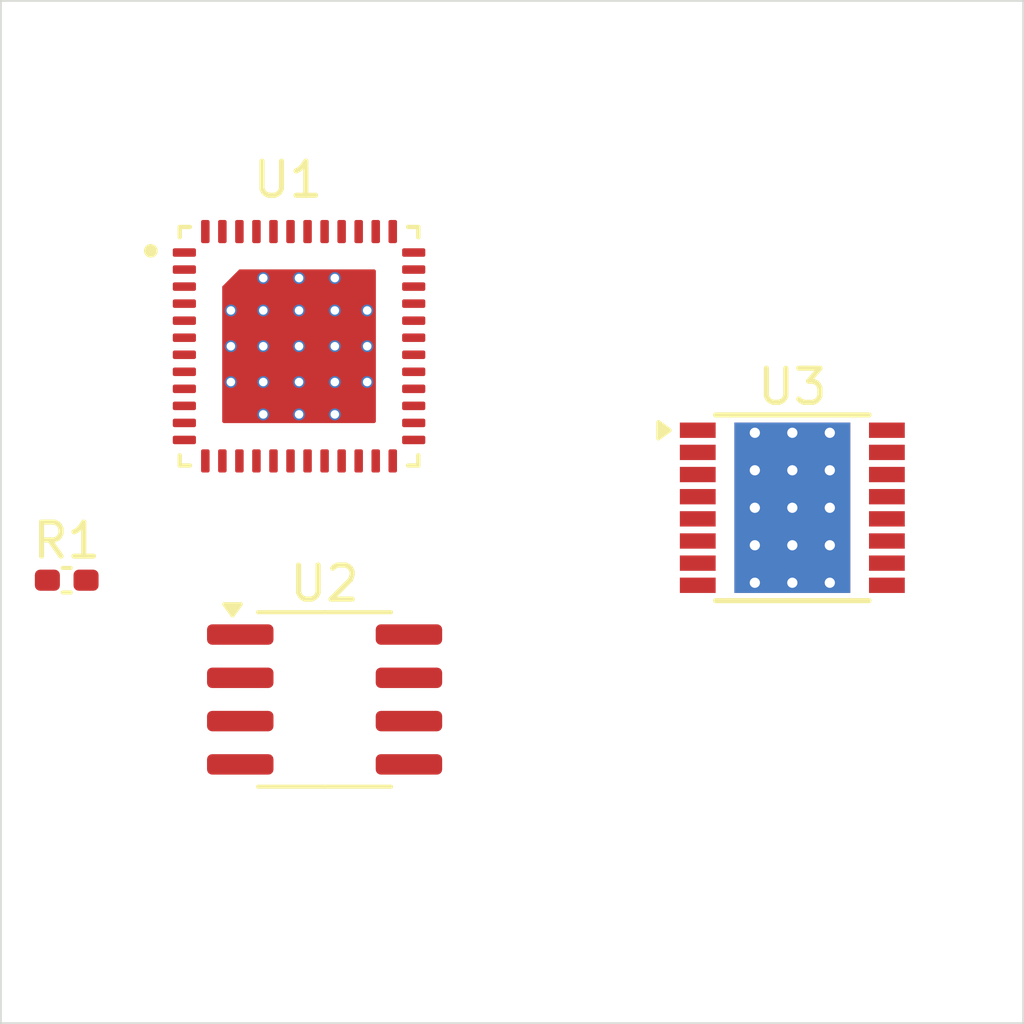
<source format=kicad_pcb>
(kicad_pcb (version 20240108) (generator "pcbnew") (generator_version "8.0")
  (layers (0 "F.Cu" signal) (31 "B.Cu" signal) (34 "B.Paste" user) (35 "F.Paste" user) (36 "B.SilkS" user "B.Silkscreen") (37 "F.SilkS" user "F.Silkscreen") (38 "B.Mask" user) (39 "F.Mask" user) (44 "Edge.Cuts" user))
  (net 0 "")
  (net 24 "Net-(U1-VDDA-Pad1)")
  (net 28 "Net-(U1-VDDA3P3-Pad3)")
  (footprint "Package_SO:SOIC-8_3.9x4.9mm_P1.27mm" (layer "F.Cu") (at 67.5 98.5)
    (property "Reference" "U2" (at 0 -3.4 0) (layer "F.SilkS"))
    (property "Value" "MCP2551-I-SN")
    (fp_line (start 0 -2.56) (end -1.95 -2.56) (stroke (width 0.12)) (layer "F.SilkS"))
    (fp_line (start 0 -2.56) (end 1.95 -2.56) (stroke (width 0.12)) (layer "F.SilkS"))
    (fp_line (start 0 2.56) (end -1.95 2.56) (stroke (width 0.12)) (layer "F.SilkS"))
    (fp_line (start 0 2.56) (end 1.95 2.56) (stroke (width 0.12)) (layer "F.SilkS"))
    (fp_poly (pts (xy -2.7 -2.465) (xy -2.94 -2.795) (xy -2.46 -2.795) (xy -2.7 -2.465)) (stroke (width 0.12)) (fill solid) (layer "F.SilkS"))
    (pad "1" smd roundrect (at -2.475 -1.905) (size 1.95 0.6) (layers "F.Cu" "F.Paste" "F.Mask"))
    (pad "2" smd roundrect (at -2.475 -0.635) (size 1.95 0.6) (layers "F.Cu" "F.Paste" "F.Mask"))
    (pad "3" smd roundrect (at -2.475 0.635) (size 1.95 0.6) (layers "F.Cu" "F.Paste" "F.Mask"))
    (pad "4" smd roundrect (at -2.475 1.905) (size 1.95 0.6) (layers "F.Cu" "F.Paste" "F.Mask"))
    (pad "5" smd roundrect (at 2.475 1.905) (size 1.95 0.6) (layers "F.Cu" "F.Paste" "F.Mask"))
    (pad "6" smd roundrect (at 2.475 0.635) (size 1.95 0.6) (layers "F.Cu" "F.Paste" "F.Mask"))
    (pad "7" smd roundrect (at 2.475 -0.635) (size 1.95 0.6) (layers "F.Cu" "F.Paste" "F.Mask"))
    (pad "8" smd roundrect (at 2.475 -1.905) (size 1.95 0.6) (layers "F.Cu" "F.Paste" "F.Mask"))
  )
  (footprint "ESP32-Pico:ESP32-PICO-V3-02" (layer "F.Cu") (at 66.75 88.135)
    (property "Reference" "U1" (at -0.325 -4.885 0) (layer "F.SilkS"))
    (property "Value" "ESP32-PICO-V3-02")
    (fp_line (start -3.5 -3.5) (end -3.2 -3.5) (stroke (width 0.127)) (layer "F.SilkS"))
    (fp_line (start -3.5 -3.2) (end -3.5 -3.5) (stroke (width 0.127)) (layer "F.SilkS"))
    (fp_line (start -3.5 3.5) (end -3.5 3.2) (stroke (width 0.127)) (layer "F.SilkS"))
    (fp_line (start -3.2 3.5) (end -3.5 3.5) (stroke (width 0.127)) (layer "F.SilkS"))
    (fp_line (start 3.2 -3.5) (end 3.5 -3.5) (stroke (width 0.127)) (layer "F.SilkS"))
    (fp_line (start 3.5 -3.5) (end 3.5 -3.2) (stroke (width 0.127)) (layer "F.SilkS"))
    (fp_line (start 3.5 3.2) (end 3.5 3.5) (stroke (width 0.127)) (layer "F.SilkS"))
    (fp_line (start 3.5 3.5) (end 3.2 3.5) (stroke (width 0.127)) (layer "F.SilkS"))
    (fp_circle (center -4.35 -2.8) (end -4.25 -2.8) (stroke (width 0.2)) (fill none) (layer "F.SilkS"))
    (pad "1" smd roundrect (at -3.365 -2.75) (size 0.68 0.25) (layers "F.Cu") (roundrect_rratio 0.2) (net 24 "Net-(U1-VDDA-Pad1)"))
    (pad "2" smd roundrect (at -3.365 -2.25) (size 0.68 0.25) (layers "F.Cu") (roundrect_rratio 0.2))
    (pad "3" smd roundrect (at -3.365 -1.75) (size 0.68 0.25) (layers "F.Cu") (roundrect_rratio 0.2) (net 28 "Net-(U1-VDDA3P3-Pad3)"))
    (pad "4" smd roundrect (at -3.365 -1.25) (size 0.68 0.25) (layers "F.Cu") (roundrect_rratio 0.2) (net 28 "Net-(U1-VDDA3P3-Pad3)"))
    (pad "5" smd roundrect (at -3.365 -0.75) (size 0.68 0.25) (layers "F.Cu") (roundrect_rratio 0.2))
    (pad "6" smd roundrect (at -3.365 -0.25) (size 0.68 0.25) (layers "F.Cu") (roundrect_rratio 0.2))
    (pad "7" smd roundrect (at -3.365 0.25) (size 0.68 0.25) (layers "F.Cu") (roundrect_rratio 0.2))
    (pad "8" smd roundrect (at -3.365 0.75) (size 0.68 0.25) (layers "F.Cu") (roundrect_rratio 0.2))
    (pad "9" smd roundrect (at -3.365 1.25) (size 0.68 0.25) (layers "F.Cu") (roundrect_rratio 0.2))
    (pad "10" smd roundrect (at -3.365 1.75) (size 0.68 0.25) (layers "F.Cu") (roundrect_rratio 0.2))
    (pad "11" smd roundrect (at -3.365 2.25) (size 0.68 0.25) (layers "F.Cu") (roundrect_rratio 0.2))
    (pad "12" smd roundrect (at -3.365 2.75) (size 0.68 0.25) (layers "F.Cu") (roundrect_rratio 0.2))
    (pad "13" smd roundrect (at -2.75 3.365) (size 0.25 0.68) (layers "F.Cu") (roundrect_rratio 0.2))
    (pad "14" smd roundrect (at -2.25 3.365) (size 0.25 0.68) (layers "F.Cu") (roundrect_rratio 0.2))
    (pad "15" smd roundrect (at -1.75 3.365) (size 0.25 0.68) (layers "F.Cu") (roundrect_rratio 0.2))
    (pad "16" smd roundrect (at -1.25 3.365) (size 0.25 0.68) (layers "F.Cu") (roundrect_rratio 0.2))
    (pad "17" smd roundrect (at -0.75 3.365) (size 0.25 0.68) (layers "F.Cu") (roundrect_rratio 0.2))
    (pad "18" smd roundrect (at -0.25 3.365) (size 0.25 0.68) (layers "F.Cu") (roundrect_rratio 0.2))
    (pad "19" smd roundrect (at 0.25 3.365) (size 0.25 0.68) (layers "F.Cu") (roundrect_rratio 0.2))
    (pad "20" smd roundrect (at 0.75 3.365) (size 0.25 0.68) (layers "F.Cu") (roundrect_rratio 0.2))
    (pad "21" smd roundrect (at 1.25 3.365) (size 0.25 0.68) (layers "F.Cu") (roundrect_rratio 0.2))
    (pad "22" smd roundrect (at 1.75 3.365) (size 0.25 0.68) (layers "F.Cu") (roundrect_rratio 0.2))
    (pad "23" smd roundrect (at 2.25 3.365) (size 0.25 0.68) (layers "F.Cu") (roundrect_rratio 0.2))
    (pad "24" smd roundrect (at 2.75 3.365) (size 0.25 0.68) (layers "F.Cu") (roundrect_rratio 0.2))
    (pad "25" smd roundrect (at 3.365 2.75) (size 0.68 0.25) (layers "F.Cu") (roundrect_rratio 0.2))
    (pad "26" smd roundrect (at 3.365 2.25) (size 0.68 0.25) (layers "F.Cu") (roundrect_rratio 0.2))
    (pad "27" smd roundrect (at 3.365 1.75) (size 0.68 0.25) (layers "F.Cu") (roundrect_rratio 0.2))
    (pad "28" smd roundrect (at 3.365 1.25) (size 0.68 0.25) (layers "F.Cu") (roundrect_rratio 0.2))
    (pad "29" smd roundrect (at 3.365 0.75) (size 0.68 0.25) (layers "F.Cu") (roundrect_rratio 0.2))
    (pad "30" smd roundrect (at 3.365 0.25) (size 0.68 0.25) (layers "F.Cu") (roundrect_rratio 0.2))
    (pad "31" smd roundrect (at 3.365 -0.25) (size 0.68 0.25) (layers "F.Cu") (roundrect_rratio 0.2))
    (pad "32" smd roundrect (at 3.365 -0.75) (size 0.68 0.25) (layers "F.Cu") (roundrect_rratio 0.2))
    (pad "33" smd roundrect (at 3.365 -1.25) (size 0.68 0.25) (layers "F.Cu") (roundrect_rratio 0.2))
    (pad "34" smd roundrect (at 3.365 -1.75) (size 0.68 0.25) (layers "F.Cu") (roundrect_rratio 0.2))
    (pad "35" smd roundrect (at 3.365 -2.25) (size 0.68 0.25) (layers "F.Cu") (roundrect_rratio 0.2))
    (pad "36" smd roundrect (at 3.365 -2.75) (size 0.68 0.25) (layers "F.Cu") (roundrect_rratio 0.2))
    (pad "37" smd roundrect (at 2.75 -3.365) (size 0.25 0.68) (layers "F.Cu") (roundrect_rratio 0.2))
    (pad "38" smd roundrect (at 2.25 -3.365) (size 0.25 0.68) (layers "F.Cu") (roundrect_rratio 0.2))
    (pad "39" smd roundrect (at 1.75 -3.365) (size 0.25 0.68) (layers "F.Cu") (roundrect_rratio 0.2))
    (pad "40" smd roundrect (at 1.25 -3.365) (size 0.25 0.68) (layers "F.Cu") (roundrect_rratio 0.2))
    (pad "41" smd roundrect (at 0.75 -3.365) (size 0.25 0.68) (layers "F.Cu") (roundrect_rratio 0.2))
    (pad "42" smd roundrect (at 0.25 -3.365) (size 0.25 0.68) (layers "F.Cu") (roundrect_rratio 0.2))
    (pad "43" smd roundrect (at -0.25 -3.365) (size 0.25 0.68) (layers "F.Cu") (roundrect_rratio 0.2) (net 24 "Net-(U1-VDDA-Pad1)"))
    (pad "44" smd roundrect (at -0.75 -3.365) (size 0.25 0.68) (layers "F.Cu") (roundrect_rratio 0.2))
    (pad "45" smd roundrect (at -1.25 -3.365) (size 0.25 0.68) (layers "F.Cu") (roundrect_rratio 0.2))
    (pad "46" smd roundrect (at -1.75 -3.365) (size 0.25 0.68) (layers "F.Cu") (roundrect_rratio 0.2) (net 24 "Net-(U1-VDDA-Pad1)"))
    (pad "47" smd roundrect (at -2.25 -3.365) (size 0.25 0.68) (layers "F.Cu") (roundrect_rratio 0.2))
    (pad "48" smd roundrect (at -2.75 -3.365) (size 0.25 0.68) (layers "F.Cu") (roundrect_rratio 0.2))
    (pad "49" smd custom (at 0 0) (size 2 2) (layers "F.Cu") (options (clearance outline) (anchor rect)) (primitives (gr_poly (pts (xy 2.25 2.2) (xy 2.25 -2.2) (xy 2.25 -2.203) (xy 2.25 -2.205) (xy 2.249 -2.208) (xy 2.249 -2.21) (xy 2.248 -2.213) (xy 2.248 -2.215) (xy 2.247 -2.218) (xy 2.246 -2.22) (xy 2.245 -2.223) (xy 2.243 -2.225) (xy 2.242 -2.227) (xy 2.24 -2.229) (xy 2.239 -2.231) (xy 2.237 -2.233) (xy 2.235 -2.235) (xy 2.233 -2.237) (xy 2.231 -2.239) (xy 2.229 -2.24) (xy 2.227 -2.242) (xy 2.225 -2.243) (xy 2.223 -2.245) (xy 2.22 -2.246) (xy 2.218 -2.247) (xy 2.215 -2.248) (xy 2.213 -2.248) (xy 2.21 -2.249) (xy 2.208 -2.249) (xy 2.205 -2.25) (xy 2.203 -2.25) (xy 2.2 -2.25) (xy -1.75 -2.25) (xy -2.25 -1.75) (xy -2.25 2.2) (xy -2.25 2.203) (xy -2.25 2.205) (xy -2.249 2.208) (xy -2.249 2.21) (xy -2.248 2.213) (xy -2.248 2.215) (xy -2.247 2.218) (xy -2.246 2.22) (xy -2.245 2.223) (xy -2.243 2.225) (xy -2.242 2.227) (xy -2.24 2.229) (xy -2.239 2.231) (xy -2.237 2.233) (xy -2.235 2.235) (xy -2.233 2.237) (xy -2.231 2.239) (xy -2.229 2.24) (xy -2.227 2.242) (xy -2.225 2.243) (xy -2.223 2.245) (xy -2.22 2.246) (xy -2.218 2.247) (xy -2.215 2.248) (xy -2.213 2.248) (xy -2.21 2.249) (xy -2.208 2.249) (xy -2.205 2.25) (xy -2.203 2.25) (xy -2.2 2.25) (xy 2.2 2.25) (xy 2.203 2.25) (xy 2.205 2.25) (xy 2.208 2.249) (xy 2.21 2.249) (xy 2.213 2.248) (xy 2.215 2.248) (xy 2.218 2.247) (xy 2.22 2.246) (xy 2.223 2.245) (xy 2.225 2.243) (xy 2.227 2.242) (xy 2.229 2.24) (xy 2.231 2.239) (xy 2.233 2.237) (xy 2.235 2.235) (xy 2.237 2.233) (xy 2.239 2.231) (xy 2.24 2.229) (xy 2.242 2.227) (xy 2.243 2.225) (xy 2.245 2.223) (xy 2.246 2.22) (xy 2.247 2.218) (xy 2.248 2.215) (xy 2.248 2.213) (xy 2.249 2.21) (xy 2.249 2.208) (xy 2.25 2.205) (xy 2.25 2.203) (xy 2.25 2.2)) (width 0.01) (fill yes))))
    (pad "50" thru_hole circle (at -1.05 -2) (size 0.35 0.35) (drill 0.25) (layers "*.Cu"))
    (pad "51" thru_hole circle (at 0 -2) (size 0.35 0.35) (drill 0.25) (layers "*.Cu"))
    (pad "52" thru_hole circle (at 1.05 -2) (size 0.35 0.35) (drill 0.25) (layers "*.Cu"))
    (pad "53" thru_hole circle (at -2 -1.05) (size 0.35 0.35) (drill 0.25) (layers "*.Cu"))
    (pad "54" thru_hole circle (at -1.05 -1.05) (size 0.35 0.35) (drill 0.25) (layers "*.Cu"))
    (pad "55" thru_hole circle (at 0 -1.05) (size 0.35 0.35) (drill 0.25) (layers "*.Cu"))
    (pad "56" thru_hole circle (at 1.05 -1.05) (size 0.35 0.35) (drill 0.25) (layers "*.Cu"))
    (pad "57" thru_hole circle (at 2 -1.05) (size 0.35 0.35) (drill 0.25) (layers "*.Cu"))
    (pad "58" thru_hole circle (at -2 0) (size 0.35 0.35) (drill 0.25) (layers "*.Cu"))
    (pad "59" thru_hole circle (at -1.05 0) (size 0.35 0.35) (drill 0.25) (layers "*.Cu"))
    (pad "60" thru_hole circle (at 0 0) (size 0.35 0.35) (drill 0.25) (layers "*.Cu"))
    (pad "61" thru_hole circle (at 1.05 0) (size 0.35 0.35) (drill 0.25) (layers "*.Cu"))
    (pad "62" thru_hole circle (at 2 0) (size 0.35 0.35) (drill 0.25) (layers "*.Cu"))
    (pad "63" thru_hole circle (at -2 1.05) (size 0.35 0.35) (drill 0.25) (layers "*.Cu"))
    (pad "64" thru_hole circle (at -1.05 1.05) (size 0.35 0.35) (drill 0.25) (layers "*.Cu"))
    (pad "65" thru_hole circle (at 0 1.05) (size 0.35 0.35) (drill 0.25) (layers "*.Cu"))
    (pad "66" thru_hole circle (at 1.05 1.05) (size 0.35 0.35) (drill 0.25) (layers "*.Cu"))
    (pad "67" thru_hole circle (at 2 1.05) (size 0.35 0.35) (drill 0.25) (layers "*.Cu"))
    (pad "68" thru_hole circle (at -1.05 2) (size 0.35 0.35) (drill 0.25) (layers "*.Cu"))
    (pad "69" thru_hole circle (at 0 2) (size 0.35 0.35) (drill 0.25) (layers "*.Cu"))
    (pad "70" thru_hole circle (at 1.05 2) (size 0.35 0.35) (drill 0.25) (layers "*.Cu"))
  )
  (footprint "Capacitor_SMD:C_0402_1005Metric_Pad0.74x0.62mm_HandSolder" (layer "F.Cu") (at 59.9325 95)
    (property "Reference" "R1" (at 0 -1.16 0) (layer "F.SilkS"))
    (property "Value" "R")
    (fp_line (start -0.115835 -0.36) (end 0.115835 -0.36) (stroke (width 0.12)) (layer "F.SilkS"))
    (fp_line (start -0.115835 0.36) (end 0.115835 0.36) (stroke (width 0.12)) (layer "F.SilkS"))
    (pad "1" smd roundrect (at -0.5675 0) (size 0.735 0.62) (layers "F.Cu" "F.Paste" "F.Mask"))
    (pad "2" smd roundrect (at 0.5675 0) (size 0.735 0.62) (layers "F.Cu" "F.Paste" "F.Mask"))
  )
  (footprint "Package_SO:HTSSOP-16-1EP_4.4x5mm_P0.65mm_EP3.4x5mm_Mask3x3mm_ThermalVias" (layer "F.Cu") (at 81.225 92.875)
    (property "Reference" "U3" (at 0 -3.55 0) (layer "F.SilkS"))
    (property "Value" "DRV8801PWP")
    (fp_line (start -2.25 -2.725) (end 2.25 -2.725) (stroke (width 0.15)) (layer "F.SilkS"))
    (fp_line (start -2.25 2.725) (end 2.25 2.725) (stroke (width 0.15)) (layer "F.SilkS"))
    (fp_poly (pts (xy -3.6 -2.275) (xy -3.93 -2.515) (xy -3.93 -2.035) (xy -3.6 -2.275)) (stroke (width 0.12)) (fill solid) (layer "F.SilkS"))
    (pad "1" smd rect (at -2.775 -2.275) (size 1.05 0.45) (layers "F.Cu" "F.Paste" "F.Mask"))
    (pad "2" smd rect (at -2.775 -1.625) (size 1.05 0.45) (layers "F.Cu" "F.Paste" "F.Mask"))
    (pad "3" smd rect (at -2.775 -0.975) (size 1.05 0.45) (layers "F.Cu" "F.Paste" "F.Mask"))
    (pad "4" smd rect (at -2.775 -0.325) (size 1.05 0.45) (layers "F.Cu" "F.Paste" "F.Mask"))
    (pad "5" smd rect (at -2.775 0.325) (size 1.05 0.45) (layers "F.Cu" "F.Paste" "F.Mask"))
    (pad "6" smd rect (at -2.775 0.975) (size 1.05 0.45) (layers "F.Cu" "F.Paste" "F.Mask"))
    (pad "7" smd rect (at -2.775 1.625) (size 1.05 0.45) (layers "F.Cu" "F.Paste" "F.Mask"))
    (pad "8" smd rect (at -2.775 2.275) (size 1.05 0.45) (layers "F.Cu" "F.Paste" "F.Mask"))
    (pad "9" smd rect (at 2.775 2.275) (size 1.05 0.45) (layers "F.Cu" "F.Paste" "F.Mask"))
    (pad "10" smd rect (at 2.775 1.625) (size 1.05 0.45) (layers "F.Cu" "F.Paste" "F.Mask"))
    (pad "11" smd rect (at 2.775 0.975) (size 1.05 0.45) (layers "F.Cu" "F.Paste" "F.Mask"))
    (pad "12" smd rect (at 2.775 0.325) (size 1.05 0.45) (layers "F.Cu" "F.Paste" "F.Mask"))
    (pad "13" smd rect (at 2.775 -0.325) (size 1.05 0.45) (layers "F.Cu" "F.Paste" "F.Mask"))
    (pad "14" smd rect (at 2.775 -0.975) (size 1.05 0.45) (layers "F.Cu" "F.Paste" "F.Mask"))
    (pad "15" smd rect (at 2.775 -1.625) (size 1.05 0.45) (layers "F.Cu" "F.Paste" "F.Mask"))
    (pad "16" smd rect (at 2.775 -2.275) (size 1.05 0.45) (layers "F.Cu" "F.Paste" "F.Mask"))
    (pad "17" thru_hole circle (at -1.1 -2.2) (size 0.6 0.6) (drill 0.3) (layers "*.Cu"))
    (pad "17" thru_hole circle (at -1.1 -1.1) (size 0.6 0.6) (drill 0.3) (layers "*.Cu"))
    (pad "17" thru_hole circle (at -1.1 0) (size 0.6 0.6) (drill 0.3) (layers "*.Cu"))
    (pad "17" thru_hole circle (at -1.1 1.1) (size 0.6 0.6) (drill 0.3) (layers "*.Cu"))
    (pad "17" thru_hole circle (at -1.1 2.2) (size 0.6 0.6) (drill 0.3) (layers "*.Cu"))
    (pad "17" thru_hole circle (at 0 -2.2) (size 0.6 0.6) (drill 0.3) (layers "*.Cu"))
    (pad "17" thru_hole circle (at 0 -1.1) (size 0.6 0.6) (drill 0.3) (layers "*.Cu"))
    (pad "17" thru_hole circle (at 0 0) (size 0.6 0.6) (drill 0.3) (layers "*.Cu"))
    (pad "17" smd rect (at 0 0) (size 3.4 5) (layers "F.Cu"))
    (pad "17" smd rect (at 0 0) (size 3.4 5) (layers "B.Cu"))
    (pad "17" thru_hole circle (at 0 1.1) (size 0.6 0.6) (drill 0.3) (layers "*.Cu"))
    (pad "17" thru_hole circle (at 0 2.2) (size 0.6 0.6) (drill 0.3) (layers "*.Cu"))
    (pad "17" thru_hole circle (at 1.1 -2.2) (size 0.6 0.6) (drill 0.3) (layers "*.Cu"))
    (pad "17" thru_hole circle (at 1.1 -1.1) (size 0.6 0.6) (drill 0.3) (layers "*.Cu"))
    (pad "17" thru_hole circle (at 1.1 0) (size 0.6 0.6) (drill 0.3) (layers "*.Cu"))
    (pad "17" thru_hole circle (at 1.1 1.1) (size 0.6 0.6) (drill 0.3) (layers "*.Cu"))
    (pad "17" thru_hole circle (at 1.1 2.2) (size 0.6 0.6) (drill 0.3) (layers "*.Cu"))
  )
  (gr_rect (start 58 78) (end 88 108) (stroke (width 0.05)) (fill none) (layer "Edge.Cuts"))
)
</source>
